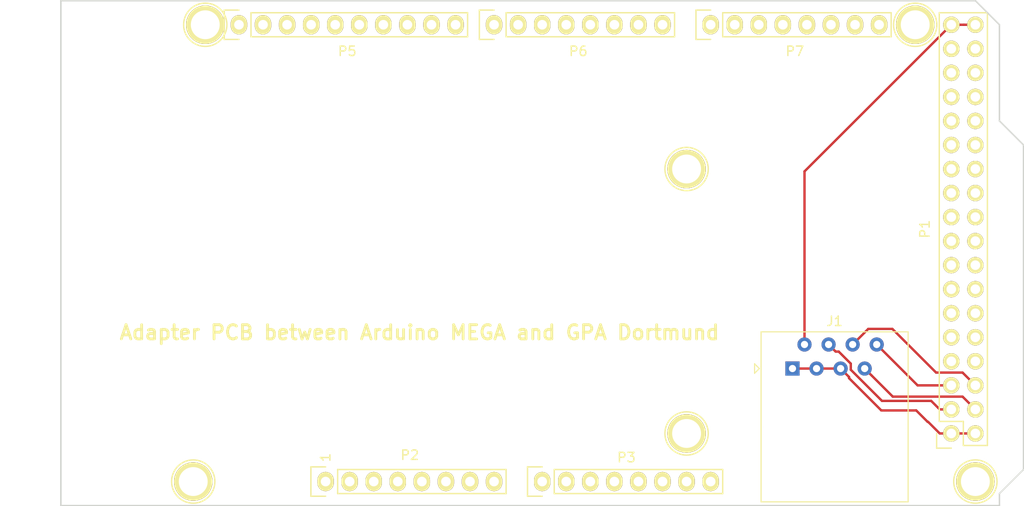
<source format=kicad_pcb>
(kicad_pcb (version 20171130) (host pcbnew "(5.1.5)-2")

  (general
    (thickness 1.6)
    (drawings 28)
    (tracks 33)
    (zones 0)
    (modules 13)
    (nets 79)
  )

  (page A4)
  (title_block
    (date "mar. 31 mars 2015")
  )

  (layers
    (0 F.Cu signal)
    (31 B.Cu signal)
    (32 B.Adhes user)
    (33 F.Adhes user)
    (34 B.Paste user)
    (35 F.Paste user)
    (36 B.SilkS user)
    (37 F.SilkS user)
    (38 B.Mask user)
    (39 F.Mask user)
    (40 Dwgs.User user)
    (41 Cmts.User user)
    (42 Eco1.User user)
    (43 Eco2.User user)
    (44 Edge.Cuts user)
    (45 Margin user)
    (46 B.CrtYd user)
    (47 F.CrtYd user)
    (48 B.Fab user)
    (49 F.Fab user)
  )

  (setup
    (last_trace_width 0.25)
    (trace_clearance 0.2)
    (zone_clearance 0.508)
    (zone_45_only no)
    (trace_min 0.2)
    (via_size 0.6)
    (via_drill 0.4)
    (via_min_size 0.4)
    (via_min_drill 0.3)
    (uvia_size 0.3)
    (uvia_drill 0.1)
    (uvias_allowed no)
    (uvia_min_size 0.2)
    (uvia_min_drill 0.1)
    (edge_width 0.15)
    (segment_width 0.15)
    (pcb_text_width 0.3)
    (pcb_text_size 1.5 1.5)
    (mod_edge_width 0.15)
    (mod_text_size 1 1)
    (mod_text_width 0.15)
    (pad_size 4.064 4.064)
    (pad_drill 3.048)
    (pad_to_mask_clearance 0)
    (aux_axis_origin 103.378 121.666)
    (visible_elements 7FFFFFFF)
    (pcbplotparams
      (layerselection 0x00030_80000001)
      (usegerberextensions false)
      (usegerberattributes false)
      (usegerberadvancedattributes false)
      (creategerberjobfile false)
      (excludeedgelayer true)
      (linewidth 0.100000)
      (plotframeref false)
      (viasonmask false)
      (mode 1)
      (useauxorigin false)
      (hpglpennumber 1)
      (hpglpenspeed 20)
      (hpglpendiameter 15.000000)
      (psnegative false)
      (psa4output false)
      (plotreference true)
      (plotvalue true)
      (plotinvisibletext false)
      (padsonsilk false)
      (subtractmaskfromsilk false)
      (outputformat 1)
      (mirror false)
      (drillshape 1)
      (scaleselection 1)
      (outputdirectory ""))
  )

  (net 0 "")
  (net 1 GND)
  (net 2 "/52(SCK)")
  (net 3 "/53(SS)")
  (net 4 "/50(MISO)")
  (net 5 "/51(MOSI)")
  (net 6 /48)
  (net 7 /49)
  (net 8 /46)
  (net 9 /47)
  (net 10 /44)
  (net 11 /45)
  (net 12 /42)
  (net 13 /43)
  (net 14 /40)
  (net 15 /41)
  (net 16 /38)
  (net 17 /39)
  (net 18 /36)
  (net 19 /37)
  (net 20 /34)
  (net 21 /35)
  (net 22 /32)
  (net 23 /33)
  (net 24 /30)
  (net 25 /31)
  (net 26 /28)
  (net 27 /29)
  (net 28 /26)
  (net 29 /27)
  (net 30 /24)
  (net 31 /25)
  (net 32 /22)
  (net 33 /23)
  (net 34 +5V)
  (net 35 /IOREF)
  (net 36 /Reset)
  (net 37 /Vin)
  (net 38 /A0)
  (net 39 /A1)
  (net 40 /A2)
  (net 41 /A3)
  (net 42 /A4)
  (net 43 /A5)
  (net 44 /A6)
  (net 45 /A7)
  (net 46 /SCL)
  (net 47 /SDA)
  (net 48 /AREF)
  (net 49 "/13(**)")
  (net 50 "/12(**)")
  (net 51 "/11(**)")
  (net 52 "/10(**)")
  (net 53 "/9(**)")
  (net 54 "/8(**)")
  (net 55 "/7(**)")
  (net 56 "/6(**)")
  (net 57 "/5(**)")
  (net 58 "/4(**)")
  (net 59 "/3(**)")
  (net 60 "/2(**)")
  (net 61 "/20(SDA)")
  (net 62 "/21(SCL)")
  (net 63 "Net-(P8-Pad1)")
  (net 64 "Net-(P9-Pad1)")
  (net 65 "Net-(P10-Pad1)")
  (net 66 "Net-(P11-Pad1)")
  (net 67 "Net-(P12-Pad1)")
  (net 68 "Net-(P13-Pad1)")
  (net 69 "Net-(P2-Pad1)")
  (net 70 +3V3)
  (net 71 "/1(Tx0)")
  (net 72 "/0(Rx0)")
  (net 73 "/14(Tx3)")
  (net 74 "/15(Rx3)")
  (net 75 "/16(Tx2)")
  (net 76 "/17(Rx2)")
  (net 77 "/18(Tx1)")
  (net 78 "/19(Rx1)")

  (net_class Default "This is the default net class."
    (clearance 0.2)
    (trace_width 0.25)
    (via_dia 0.6)
    (via_drill 0.4)
    (uvia_dia 0.3)
    (uvia_drill 0.1)
    (add_net +3V3)
    (add_net +5V)
    (add_net "/0(Rx0)")
    (add_net "/1(Tx0)")
    (add_net "/10(**)")
    (add_net "/11(**)")
    (add_net "/12(**)")
    (add_net "/13(**)")
    (add_net "/14(Tx3)")
    (add_net "/15(Rx3)")
    (add_net "/16(Tx2)")
    (add_net "/17(Rx2)")
    (add_net "/18(Tx1)")
    (add_net "/19(Rx1)")
    (add_net "/2(**)")
    (add_net "/20(SDA)")
    (add_net "/21(SCL)")
    (add_net /22)
    (add_net /23)
    (add_net /24)
    (add_net /25)
    (add_net /26)
    (add_net /27)
    (add_net /28)
    (add_net /29)
    (add_net "/3(**)")
    (add_net /30)
    (add_net /31)
    (add_net /32)
    (add_net /33)
    (add_net /34)
    (add_net /35)
    (add_net /36)
    (add_net /37)
    (add_net /38)
    (add_net /39)
    (add_net "/4(**)")
    (add_net /40)
    (add_net /41)
    (add_net /42)
    (add_net /43)
    (add_net /44)
    (add_net /45)
    (add_net /46)
    (add_net /47)
    (add_net /48)
    (add_net /49)
    (add_net "/5(**)")
    (add_net "/50(MISO)")
    (add_net "/51(MOSI)")
    (add_net "/52(SCK)")
    (add_net "/53(SS)")
    (add_net "/6(**)")
    (add_net "/7(**)")
    (add_net "/8(**)")
    (add_net "/9(**)")
    (add_net /A0)
    (add_net /A1)
    (add_net /A2)
    (add_net /A3)
    (add_net /A4)
    (add_net /A5)
    (add_net /A6)
    (add_net /A7)
    (add_net /AREF)
    (add_net /IOREF)
    (add_net /Reset)
    (add_net /SCL)
    (add_net /SDA)
    (add_net /Vin)
    (add_net GND)
    (add_net "Net-(P10-Pad1)")
    (add_net "Net-(P11-Pad1)")
    (add_net "Net-(P12-Pad1)")
    (add_net "Net-(P13-Pad1)")
    (add_net "Net-(P2-Pad1)")
    (add_net "Net-(P8-Pad1)")
    (add_net "Net-(P9-Pad1)")
  )

  (module Socket_Arduino_Mega:Socket_Strip_Arduino_2x18 locked (layer F.Cu) (tedit 55216789) (tstamp 551AFCE5)
    (at 197.358 114.046 90)
    (descr "Through hole socket strip")
    (tags "socket strip")
    (path /56D743B5)
    (fp_text reference P1 (at 21.59 -2.794 90) (layer F.SilkS)
      (effects (font (size 1 1) (thickness 0.15)))
    )
    (fp_text value Digital (at 21.59 -4.572 90) (layer F.Fab)
      (effects (font (size 1 1) (thickness 0.15)))
    )
    (fp_line (start -1.75 -1.75) (end -1.75 4.3) (layer F.CrtYd) (width 0.05))
    (fp_line (start 44.95 -1.75) (end 44.95 4.3) (layer F.CrtYd) (width 0.05))
    (fp_line (start -1.75 -1.75) (end 44.95 -1.75) (layer F.CrtYd) (width 0.05))
    (fp_line (start -1.75 4.3) (end 44.95 4.3) (layer F.CrtYd) (width 0.05))
    (fp_line (start -1.27 3.81) (end 44.45 3.81) (layer F.SilkS) (width 0.15))
    (fp_line (start 44.45 -1.27) (end 1.27 -1.27) (layer F.SilkS) (width 0.15))
    (fp_line (start 44.45 3.81) (end 44.45 -1.27) (layer F.SilkS) (width 0.15))
    (fp_line (start -1.27 3.81) (end -1.27 1.27) (layer F.SilkS) (width 0.15))
    (fp_line (start 0 -1.55) (end -1.55 -1.55) (layer F.SilkS) (width 0.15))
    (fp_line (start -1.27 1.27) (end 1.27 1.27) (layer F.SilkS) (width 0.15))
    (fp_line (start 1.27 1.27) (end 1.27 -1.27) (layer F.SilkS) (width 0.15))
    (fp_line (start -1.55 -1.55) (end -1.55 0) (layer F.SilkS) (width 0.15))
    (pad 1 thru_hole circle (at 0 0 90) (size 1.7272 1.7272) (drill 1.016) (layers *.Cu *.Mask F.SilkS)
      (net 1 GND))
    (pad 2 thru_hole oval (at 0 2.54 90) (size 1.7272 1.7272) (drill 1.016) (layers *.Cu *.Mask F.SilkS)
      (net 1 GND))
    (pad 3 thru_hole oval (at 2.54 0 90) (size 1.7272 1.7272) (drill 1.016) (layers *.Cu *.Mask F.SilkS)
      (net 2 "/52(SCK)"))
    (pad 4 thru_hole oval (at 2.54 2.54 90) (size 1.7272 1.7272) (drill 1.016) (layers *.Cu *.Mask F.SilkS)
      (net 3 "/53(SS)"))
    (pad 5 thru_hole oval (at 5.08 0 90) (size 1.7272 1.7272) (drill 1.016) (layers *.Cu *.Mask F.SilkS)
      (net 4 "/50(MISO)"))
    (pad 6 thru_hole oval (at 5.08 2.54 90) (size 1.7272 1.7272) (drill 1.016) (layers *.Cu *.Mask F.SilkS)
      (net 5 "/51(MOSI)"))
    (pad 7 thru_hole oval (at 7.62 0 90) (size 1.7272 1.7272) (drill 1.016) (layers *.Cu *.Mask F.SilkS)
      (net 6 /48))
    (pad 8 thru_hole oval (at 7.62 2.54 90) (size 1.7272 1.7272) (drill 1.016) (layers *.Cu *.Mask F.SilkS)
      (net 7 /49))
    (pad 9 thru_hole oval (at 10.16 0 90) (size 1.7272 1.7272) (drill 1.016) (layers *.Cu *.Mask F.SilkS)
      (net 8 /46))
    (pad 10 thru_hole oval (at 10.16 2.54 90) (size 1.7272 1.7272) (drill 1.016) (layers *.Cu *.Mask F.SilkS)
      (net 9 /47))
    (pad 11 thru_hole oval (at 12.7 0 90) (size 1.7272 1.7272) (drill 1.016) (layers *.Cu *.Mask F.SilkS)
      (net 10 /44))
    (pad 12 thru_hole oval (at 12.7 2.54 90) (size 1.7272 1.7272) (drill 1.016) (layers *.Cu *.Mask F.SilkS)
      (net 11 /45))
    (pad 13 thru_hole oval (at 15.24 0 90) (size 1.7272 1.7272) (drill 1.016) (layers *.Cu *.Mask F.SilkS)
      (net 12 /42))
    (pad 14 thru_hole oval (at 15.24 2.54 90) (size 1.7272 1.7272) (drill 1.016) (layers *.Cu *.Mask F.SilkS)
      (net 13 /43))
    (pad 15 thru_hole oval (at 17.78 0 90) (size 1.7272 1.7272) (drill 1.016) (layers *.Cu *.Mask F.SilkS)
      (net 14 /40))
    (pad 16 thru_hole oval (at 17.78 2.54 90) (size 1.7272 1.7272) (drill 1.016) (layers *.Cu *.Mask F.SilkS)
      (net 15 /41))
    (pad 17 thru_hole oval (at 20.32 0 90) (size 1.7272 1.7272) (drill 1.016) (layers *.Cu *.Mask F.SilkS)
      (net 16 /38))
    (pad 18 thru_hole oval (at 20.32 2.54 90) (size 1.7272 1.7272) (drill 1.016) (layers *.Cu *.Mask F.SilkS)
      (net 17 /39))
    (pad 19 thru_hole oval (at 22.86 0 90) (size 1.7272 1.7272) (drill 1.016) (layers *.Cu *.Mask F.SilkS)
      (net 18 /36))
    (pad 20 thru_hole oval (at 22.86 2.54 90) (size 1.7272 1.7272) (drill 1.016) (layers *.Cu *.Mask F.SilkS)
      (net 19 /37))
    (pad 21 thru_hole oval (at 25.4 0 90) (size 1.7272 1.7272) (drill 1.016) (layers *.Cu *.Mask F.SilkS)
      (net 20 /34))
    (pad 22 thru_hole oval (at 25.4 2.54 90) (size 1.7272 1.7272) (drill 1.016) (layers *.Cu *.Mask F.SilkS)
      (net 21 /35))
    (pad 23 thru_hole oval (at 27.94 0 90) (size 1.7272 1.7272) (drill 1.016) (layers *.Cu *.Mask F.SilkS)
      (net 22 /32))
    (pad 24 thru_hole oval (at 27.94 2.54 90) (size 1.7272 1.7272) (drill 1.016) (layers *.Cu *.Mask F.SilkS)
      (net 23 /33))
    (pad 25 thru_hole oval (at 30.48 0 90) (size 1.7272 1.7272) (drill 1.016) (layers *.Cu *.Mask F.SilkS)
      (net 24 /30))
    (pad 26 thru_hole oval (at 30.48 2.54 90) (size 1.7272 1.7272) (drill 1.016) (layers *.Cu *.Mask F.SilkS)
      (net 25 /31))
    (pad 27 thru_hole oval (at 33.02 0 90) (size 1.7272 1.7272) (drill 1.016) (layers *.Cu *.Mask F.SilkS)
      (net 26 /28))
    (pad 28 thru_hole oval (at 33.02 2.54 90) (size 1.7272 1.7272) (drill 1.016) (layers *.Cu *.Mask F.SilkS)
      (net 27 /29))
    (pad 29 thru_hole oval (at 35.56 0 90) (size 1.7272 1.7272) (drill 1.016) (layers *.Cu *.Mask F.SilkS)
      (net 28 /26))
    (pad 30 thru_hole oval (at 35.56 2.54 90) (size 1.7272 1.7272) (drill 1.016) (layers *.Cu *.Mask F.SilkS)
      (net 29 /27))
    (pad 31 thru_hole oval (at 38.1 0 90) (size 1.7272 1.7272) (drill 1.016) (layers *.Cu *.Mask F.SilkS)
      (net 30 /24))
    (pad 32 thru_hole oval (at 38.1 2.54 90) (size 1.7272 1.7272) (drill 1.016) (layers *.Cu *.Mask F.SilkS)
      (net 31 /25))
    (pad 33 thru_hole oval (at 40.64 0 90) (size 1.7272 1.7272) (drill 1.016) (layers *.Cu *.Mask F.SilkS)
      (net 32 /22))
    (pad 34 thru_hole oval (at 40.64 2.54 90) (size 1.7272 1.7272) (drill 1.016) (layers *.Cu *.Mask F.SilkS)
      (net 33 /23))
    (pad 35 thru_hole oval (at 43.18 0 90) (size 1.7272 1.7272) (drill 1.016) (layers *.Cu *.Mask F.SilkS)
      (net 34 +5V))
    (pad 36 thru_hole oval (at 43.18 2.54 90) (size 1.7272 1.7272) (drill 1.016) (layers *.Cu *.Mask F.SilkS)
      (net 34 +5V))
    (model ${KIPRJMOD}/Socket_Arduino_Mega.3dshapes/Socket_header_Arduino_2x18.wrl
      (offset (xyz 21.58999967575073 -1.269999980926514 0))
      (scale (xyz 1 1 1))
      (rotate (xyz 0 0 180))
    )
  )

  (module Socket_Arduino_Mega:Socket_Strip_Arduino_1x08 locked (layer F.Cu) (tedit 55216755) (tstamp 551AFCFC)
    (at 131.318 119.126)
    (descr "Through hole socket strip")
    (tags "socket strip")
    (path /56D71773)
    (fp_text reference P2 (at 8.89 -2.794) (layer F.SilkS)
      (effects (font (size 1 1) (thickness 0.15)))
    )
    (fp_text value Power (at 8.89 -4.318) (layer F.Fab)
      (effects (font (size 1 1) (thickness 0.15)))
    )
    (fp_line (start -1.75 -1.75) (end -1.75 1.75) (layer F.CrtYd) (width 0.05))
    (fp_line (start 19.55 -1.75) (end 19.55 1.75) (layer F.CrtYd) (width 0.05))
    (fp_line (start -1.75 -1.75) (end 19.55 -1.75) (layer F.CrtYd) (width 0.05))
    (fp_line (start -1.75 1.75) (end 19.55 1.75) (layer F.CrtYd) (width 0.05))
    (fp_line (start 1.27 1.27) (end 19.05 1.27) (layer F.SilkS) (width 0.15))
    (fp_line (start 19.05 1.27) (end 19.05 -1.27) (layer F.SilkS) (width 0.15))
    (fp_line (start 19.05 -1.27) (end 1.27 -1.27) (layer F.SilkS) (width 0.15))
    (fp_line (start -1.55 1.55) (end 0 1.55) (layer F.SilkS) (width 0.15))
    (fp_line (start 1.27 1.27) (end 1.27 -1.27) (layer F.SilkS) (width 0.15))
    (fp_line (start 0 -1.55) (end -1.55 -1.55) (layer F.SilkS) (width 0.15))
    (fp_line (start -1.55 -1.55) (end -1.55 1.55) (layer F.SilkS) (width 0.15))
    (pad 1 thru_hole oval (at 0 0) (size 1.7272 2.032) (drill 1.016) (layers *.Cu *.Mask F.SilkS)
      (net 69 "Net-(P2-Pad1)"))
    (pad 2 thru_hole oval (at 2.54 0) (size 1.7272 2.032) (drill 1.016) (layers *.Cu *.Mask F.SilkS)
      (net 35 /IOREF))
    (pad 3 thru_hole oval (at 5.08 0) (size 1.7272 2.032) (drill 1.016) (layers *.Cu *.Mask F.SilkS)
      (net 36 /Reset))
    (pad 4 thru_hole oval (at 7.62 0) (size 1.7272 2.032) (drill 1.016) (layers *.Cu *.Mask F.SilkS)
      (net 70 +3V3))
    (pad 5 thru_hole oval (at 10.16 0) (size 1.7272 2.032) (drill 1.016) (layers *.Cu *.Mask F.SilkS)
      (net 34 +5V))
    (pad 6 thru_hole oval (at 12.7 0) (size 1.7272 2.032) (drill 1.016) (layers *.Cu *.Mask F.SilkS)
      (net 1 GND))
    (pad 7 thru_hole oval (at 15.24 0) (size 1.7272 2.032) (drill 1.016) (layers *.Cu *.Mask F.SilkS)
      (net 1 GND))
    (pad 8 thru_hole oval (at 17.78 0) (size 1.7272 2.032) (drill 1.016) (layers *.Cu *.Mask F.SilkS)
      (net 37 /Vin))
    (model ${KIPRJMOD}/Socket_Arduino_Mega.3dshapes/Socket_header_Arduino_1x08.wrl
      (offset (xyz 8.889999866485596 0 0))
      (scale (xyz 1 1 1))
      (rotate (xyz 0 0 180))
    )
  )

  (module Socket_Arduino_Mega:Socket_Strip_Arduino_1x08 locked (layer F.Cu) (tedit 5521677D) (tstamp 551AFD13)
    (at 154.178 119.126)
    (descr "Through hole socket strip")
    (tags "socket strip")
    (path /56D72F1C)
    (fp_text reference P3 (at 8.89 -2.54) (layer F.SilkS)
      (effects (font (size 1 1) (thickness 0.15)))
    )
    (fp_text value Analog (at 8.89 -4.318) (layer F.Fab)
      (effects (font (size 1 1) (thickness 0.15)))
    )
    (fp_line (start -1.75 -1.75) (end -1.75 1.75) (layer F.CrtYd) (width 0.05))
    (fp_line (start 19.55 -1.75) (end 19.55 1.75) (layer F.CrtYd) (width 0.05))
    (fp_line (start -1.75 -1.75) (end 19.55 -1.75) (layer F.CrtYd) (width 0.05))
    (fp_line (start -1.75 1.75) (end 19.55 1.75) (layer F.CrtYd) (width 0.05))
    (fp_line (start 1.27 1.27) (end 19.05 1.27) (layer F.SilkS) (width 0.15))
    (fp_line (start 19.05 1.27) (end 19.05 -1.27) (layer F.SilkS) (width 0.15))
    (fp_line (start 19.05 -1.27) (end 1.27 -1.27) (layer F.SilkS) (width 0.15))
    (fp_line (start -1.55 1.55) (end 0 1.55) (layer F.SilkS) (width 0.15))
    (fp_line (start 1.27 1.27) (end 1.27 -1.27) (layer F.SilkS) (width 0.15))
    (fp_line (start 0 -1.55) (end -1.55 -1.55) (layer F.SilkS) (width 0.15))
    (fp_line (start -1.55 -1.55) (end -1.55 1.55) (layer F.SilkS) (width 0.15))
    (pad 1 thru_hole oval (at 0 0) (size 1.7272 2.032) (drill 1.016) (layers *.Cu *.Mask F.SilkS)
      (net 38 /A0))
    (pad 2 thru_hole oval (at 2.54 0) (size 1.7272 2.032) (drill 1.016) (layers *.Cu *.Mask F.SilkS)
      (net 39 /A1))
    (pad 3 thru_hole oval (at 5.08 0) (size 1.7272 2.032) (drill 1.016) (layers *.Cu *.Mask F.SilkS)
      (net 40 /A2))
    (pad 4 thru_hole oval (at 7.62 0) (size 1.7272 2.032) (drill 1.016) (layers *.Cu *.Mask F.SilkS)
      (net 41 /A3))
    (pad 5 thru_hole oval (at 10.16 0) (size 1.7272 2.032) (drill 1.016) (layers *.Cu *.Mask F.SilkS)
      (net 42 /A4))
    (pad 6 thru_hole oval (at 12.7 0) (size 1.7272 2.032) (drill 1.016) (layers *.Cu *.Mask F.SilkS)
      (net 43 /A5))
    (pad 7 thru_hole oval (at 15.24 0) (size 1.7272 2.032) (drill 1.016) (layers *.Cu *.Mask F.SilkS)
      (net 44 /A6))
    (pad 8 thru_hole oval (at 17.78 0) (size 1.7272 2.032) (drill 1.016) (layers *.Cu *.Mask F.SilkS)
      (net 45 /A7))
    (model ${KIPRJMOD}/Socket_Arduino_Mega.3dshapes/Socket_header_Arduino_1x08.wrl
      (offset (xyz 8.889999866485596 0 0))
      (scale (xyz 1 1 1))
      (rotate (xyz 0 0 180))
    )
  )

  (module Socket_Arduino_Mega:Socket_Strip_Arduino_1x10 locked (layer F.Cu) (tedit 551AFC9C) (tstamp 551AFD43)
    (at 122.174 70.866)
    (descr "Through hole socket strip")
    (tags "socket strip")
    (path /56D72368)
    (fp_text reference P5 (at 11.43 2.794) (layer F.SilkS)
      (effects (font (size 1 1) (thickness 0.15)))
    )
    (fp_text value PWM (at 11.43 4.318) (layer F.Fab)
      (effects (font (size 1 1) (thickness 0.15)))
    )
    (fp_line (start -1.75 -1.75) (end -1.75 1.75) (layer F.CrtYd) (width 0.05))
    (fp_line (start 24.65 -1.75) (end 24.65 1.75) (layer F.CrtYd) (width 0.05))
    (fp_line (start -1.75 -1.75) (end 24.65 -1.75) (layer F.CrtYd) (width 0.05))
    (fp_line (start -1.75 1.75) (end 24.65 1.75) (layer F.CrtYd) (width 0.05))
    (fp_line (start 1.27 1.27) (end 24.13 1.27) (layer F.SilkS) (width 0.15))
    (fp_line (start 24.13 1.27) (end 24.13 -1.27) (layer F.SilkS) (width 0.15))
    (fp_line (start 24.13 -1.27) (end 1.27 -1.27) (layer F.SilkS) (width 0.15))
    (fp_line (start -1.55 1.55) (end 0 1.55) (layer F.SilkS) (width 0.15))
    (fp_line (start 1.27 1.27) (end 1.27 -1.27) (layer F.SilkS) (width 0.15))
    (fp_line (start 0 -1.55) (end -1.55 -1.55) (layer F.SilkS) (width 0.15))
    (fp_line (start -1.55 -1.55) (end -1.55 1.55) (layer F.SilkS) (width 0.15))
    (pad 1 thru_hole oval (at 0 0) (size 1.7272 2.032) (drill 1.016) (layers *.Cu *.Mask F.SilkS)
      (net 46 /SCL))
    (pad 2 thru_hole oval (at 2.54 0) (size 1.7272 2.032) (drill 1.016) (layers *.Cu *.Mask F.SilkS)
      (net 47 /SDA))
    (pad 3 thru_hole oval (at 5.08 0) (size 1.7272 2.032) (drill 1.016) (layers *.Cu *.Mask F.SilkS)
      (net 48 /AREF))
    (pad 4 thru_hole oval (at 7.62 0) (size 1.7272 2.032) (drill 1.016) (layers *.Cu *.Mask F.SilkS)
      (net 1 GND))
    (pad 5 thru_hole oval (at 10.16 0) (size 1.7272 2.032) (drill 1.016) (layers *.Cu *.Mask F.SilkS)
      (net 49 "/13(**)"))
    (pad 6 thru_hole oval (at 12.7 0) (size 1.7272 2.032) (drill 1.016) (layers *.Cu *.Mask F.SilkS)
      (net 50 "/12(**)"))
    (pad 7 thru_hole oval (at 15.24 0) (size 1.7272 2.032) (drill 1.016) (layers *.Cu *.Mask F.SilkS)
      (net 51 "/11(**)"))
    (pad 8 thru_hole oval (at 17.78 0) (size 1.7272 2.032) (drill 1.016) (layers *.Cu *.Mask F.SilkS)
      (net 52 "/10(**)"))
    (pad 9 thru_hole oval (at 20.32 0) (size 1.7272 2.032) (drill 1.016) (layers *.Cu *.Mask F.SilkS)
      (net 53 "/9(**)"))
    (pad 10 thru_hole oval (at 22.86 0) (size 1.7272 2.032) (drill 1.016) (layers *.Cu *.Mask F.SilkS)
      (net 54 "/8(**)"))
    (model ${KIPRJMOD}/Socket_Arduino_Mega.3dshapes/Socket_header_Arduino_1x10.wrl
      (offset (xyz 11.42999982833862 0 0))
      (scale (xyz 1 1 1))
      (rotate (xyz 0 0 180))
    )
  )

  (module Socket_Arduino_Mega:Socket_Strip_Arduino_1x08 locked (layer F.Cu) (tedit 551AFC7F) (tstamp 551AFD5A)
    (at 149.098 70.866)
    (descr "Through hole socket strip")
    (tags "socket strip")
    (path /56D734D0)
    (fp_text reference P6 (at 8.89 2.794) (layer F.SilkS)
      (effects (font (size 1 1) (thickness 0.15)))
    )
    (fp_text value PWM (at 8.89 4.318) (layer F.Fab)
      (effects (font (size 1 1) (thickness 0.15)))
    )
    (fp_line (start -1.75 -1.75) (end -1.75 1.75) (layer F.CrtYd) (width 0.05))
    (fp_line (start 19.55 -1.75) (end 19.55 1.75) (layer F.CrtYd) (width 0.05))
    (fp_line (start -1.75 -1.75) (end 19.55 -1.75) (layer F.CrtYd) (width 0.05))
    (fp_line (start -1.75 1.75) (end 19.55 1.75) (layer F.CrtYd) (width 0.05))
    (fp_line (start 1.27 1.27) (end 19.05 1.27) (layer F.SilkS) (width 0.15))
    (fp_line (start 19.05 1.27) (end 19.05 -1.27) (layer F.SilkS) (width 0.15))
    (fp_line (start 19.05 -1.27) (end 1.27 -1.27) (layer F.SilkS) (width 0.15))
    (fp_line (start -1.55 1.55) (end 0 1.55) (layer F.SilkS) (width 0.15))
    (fp_line (start 1.27 1.27) (end 1.27 -1.27) (layer F.SilkS) (width 0.15))
    (fp_line (start 0 -1.55) (end -1.55 -1.55) (layer F.SilkS) (width 0.15))
    (fp_line (start -1.55 -1.55) (end -1.55 1.55) (layer F.SilkS) (width 0.15))
    (pad 1 thru_hole oval (at 0 0) (size 1.7272 2.032) (drill 1.016) (layers *.Cu *.Mask F.SilkS)
      (net 55 "/7(**)"))
    (pad 2 thru_hole oval (at 2.54 0) (size 1.7272 2.032) (drill 1.016) (layers *.Cu *.Mask F.SilkS)
      (net 56 "/6(**)"))
    (pad 3 thru_hole oval (at 5.08 0) (size 1.7272 2.032) (drill 1.016) (layers *.Cu *.Mask F.SilkS)
      (net 57 "/5(**)"))
    (pad 4 thru_hole oval (at 7.62 0) (size 1.7272 2.032) (drill 1.016) (layers *.Cu *.Mask F.SilkS)
      (net 58 "/4(**)"))
    (pad 5 thru_hole oval (at 10.16 0) (size 1.7272 2.032) (drill 1.016) (layers *.Cu *.Mask F.SilkS)
      (net 59 "/3(**)"))
    (pad 6 thru_hole oval (at 12.7 0) (size 1.7272 2.032) (drill 1.016) (layers *.Cu *.Mask F.SilkS)
      (net 60 "/2(**)"))
    (pad 7 thru_hole oval (at 15.24 0) (size 1.7272 2.032) (drill 1.016) (layers *.Cu *.Mask F.SilkS)
      (net 71 "/1(Tx0)"))
    (pad 8 thru_hole oval (at 17.78 0) (size 1.7272 2.032) (drill 1.016) (layers *.Cu *.Mask F.SilkS)
      (net 72 "/0(Rx0)"))
    (model ${KIPRJMOD}/Socket_Arduino_Mega.3dshapes/Socket_header_Arduino_1x08.wrl
      (offset (xyz 8.889999866485596 0 0))
      (scale (xyz 1 1 1))
      (rotate (xyz 0 0 180))
    )
  )

  (module Socket_Arduino_Mega:Socket_Strip_Arduino_1x08 locked (layer F.Cu) (tedit 551AFC73) (tstamp 551AFD71)
    (at 171.958 70.866)
    (descr "Through hole socket strip")
    (tags "socket strip")
    (path /56D73F2C)
    (fp_text reference P7 (at 8.89 2.794) (layer F.SilkS)
      (effects (font (size 1 1) (thickness 0.15)))
    )
    (fp_text value Communication (at 8.89 4.064) (layer F.Fab)
      (effects (font (size 1 1) (thickness 0.15)))
    )
    (fp_line (start -1.75 -1.75) (end -1.75 1.75) (layer F.CrtYd) (width 0.05))
    (fp_line (start 19.55 -1.75) (end 19.55 1.75) (layer F.CrtYd) (width 0.05))
    (fp_line (start -1.75 -1.75) (end 19.55 -1.75) (layer F.CrtYd) (width 0.05))
    (fp_line (start -1.75 1.75) (end 19.55 1.75) (layer F.CrtYd) (width 0.05))
    (fp_line (start 1.27 1.27) (end 19.05 1.27) (layer F.SilkS) (width 0.15))
    (fp_line (start 19.05 1.27) (end 19.05 -1.27) (layer F.SilkS) (width 0.15))
    (fp_line (start 19.05 -1.27) (end 1.27 -1.27) (layer F.SilkS) (width 0.15))
    (fp_line (start -1.55 1.55) (end 0 1.55) (layer F.SilkS) (width 0.15))
    (fp_line (start 1.27 1.27) (end 1.27 -1.27) (layer F.SilkS) (width 0.15))
    (fp_line (start 0 -1.55) (end -1.55 -1.55) (layer F.SilkS) (width 0.15))
    (fp_line (start -1.55 -1.55) (end -1.55 1.55) (layer F.SilkS) (width 0.15))
    (pad 1 thru_hole oval (at 0 0) (size 1.7272 2.032) (drill 1.016) (layers *.Cu *.Mask F.SilkS)
      (net 73 "/14(Tx3)"))
    (pad 2 thru_hole oval (at 2.54 0) (size 1.7272 2.032) (drill 1.016) (layers *.Cu *.Mask F.SilkS)
      (net 74 "/15(Rx3)"))
    (pad 3 thru_hole oval (at 5.08 0) (size 1.7272 2.032) (drill 1.016) (layers *.Cu *.Mask F.SilkS)
      (net 75 "/16(Tx2)"))
    (pad 4 thru_hole oval (at 7.62 0) (size 1.7272 2.032) (drill 1.016) (layers *.Cu *.Mask F.SilkS)
      (net 76 "/17(Rx2)"))
    (pad 5 thru_hole oval (at 10.16 0) (size 1.7272 2.032) (drill 1.016) (layers *.Cu *.Mask F.SilkS)
      (net 77 "/18(Tx1)"))
    (pad 6 thru_hole oval (at 12.7 0) (size 1.7272 2.032) (drill 1.016) (layers *.Cu *.Mask F.SilkS)
      (net 78 "/19(Rx1)"))
    (pad 7 thru_hole oval (at 15.24 0) (size 1.7272 2.032) (drill 1.016) (layers *.Cu *.Mask F.SilkS)
      (net 61 "/20(SDA)"))
    (pad 8 thru_hole oval (at 17.78 0) (size 1.7272 2.032) (drill 1.016) (layers *.Cu *.Mask F.SilkS)
      (net 62 "/21(SCL)"))
    (model ${KIPRJMOD}/Socket_Arduino_Mega.3dshapes/Socket_header_Arduino_1x08.wrl
      (offset (xyz 8.889999866485596 0 0))
      (scale (xyz 1 1 1))
      (rotate (xyz 0 0 180))
    )
  )

  (module Socket_Arduino_Mega:Arduino_1pin locked (layer F.Cu) (tedit 5524FDA7) (tstamp 5524FE07)
    (at 117.348 119.126)
    (descr "module 1 pin (ou trou mecanique de percage)")
    (tags DEV)
    (path /56D70B71)
    (fp_text reference P8 (at 0 -3.048) (layer F.SilkS) hide
      (effects (font (size 1 1) (thickness 0.15)))
    )
    (fp_text value CONN_01X01 (at 0 2.794) (layer F.Fab) hide
      (effects (font (size 1 1) (thickness 0.15)))
    )
    (fp_circle (center 0 0) (end 0 -2.286) (layer F.SilkS) (width 0.15))
    (pad 1 thru_hole circle (at 0 0) (size 4.064 4.064) (drill 3.048) (layers *.Cu *.Mask F.SilkS)
      (net 63 "Net-(P8-Pad1)"))
  )

  (module Socket_Arduino_Mega:Arduino_1pin locked (layer F.Cu) (tedit 5524FDB2) (tstamp 5524FE0C)
    (at 169.418 114.046)
    (descr "module 1 pin (ou trou mecanique de percage)")
    (tags DEV)
    (path /56D70C9B)
    (fp_text reference P9 (at 0 -3.048) (layer F.SilkS) hide
      (effects (font (size 1 1) (thickness 0.15)))
    )
    (fp_text value CONN_01X01 (at 0 2.794) (layer F.Fab) hide
      (effects (font (size 1 1) (thickness 0.15)))
    )
    (fp_circle (center 0 0) (end 0 -2.286) (layer F.SilkS) (width 0.15))
    (pad 1 thru_hole circle (at 0 0) (size 4.064 4.064) (drill 3.048) (layers *.Cu *.Mask F.SilkS)
      (net 64 "Net-(P9-Pad1)"))
  )

  (module Socket_Arduino_Mega:Arduino_1pin locked (layer F.Cu) (tedit 5524FDBB) (tstamp 5524FE11)
    (at 199.898 119.126)
    (descr "module 1 pin (ou trou mecanique de percage)")
    (tags DEV)
    (path /56D70CE6)
    (fp_text reference P10 (at 0 -3.048) (layer F.SilkS) hide
      (effects (font (size 1 1) (thickness 0.15)))
    )
    (fp_text value CONN_01X01 (at 0 2.794) (layer F.Fab) hide
      (effects (font (size 1 1) (thickness 0.15)))
    )
    (fp_circle (center 0 0) (end 0 -2.286) (layer F.SilkS) (width 0.15))
    (pad 1 thru_hole circle (at 0 0) (size 4.064 4.064) (drill 3.048) (layers *.Cu *.Mask F.SilkS)
      (net 65 "Net-(P10-Pad1)"))
  )

  (module Socket_Arduino_Mega:Arduino_1pin locked (layer F.Cu) (tedit 5524FDD2) (tstamp 5524FE16)
    (at 118.618 70.866)
    (descr "module 1 pin (ou trou mecanique de percage)")
    (tags DEV)
    (path /56D70D2C)
    (fp_text reference P11 (at 0 -3.048) (layer F.SilkS) hide
      (effects (font (size 1 1) (thickness 0.15)))
    )
    (fp_text value CONN_01X01 (at 0 2.794) (layer F.Fab) hide
      (effects (font (size 1 1) (thickness 0.15)))
    )
    (fp_circle (center 0 0) (end 0 -2.286) (layer F.SilkS) (width 0.15))
    (pad 1 thru_hole circle (at 0 0) (size 4.064 4.064) (drill 3.048) (layers *.Cu *.Mask F.SilkS)
      (net 66 "Net-(P11-Pad1)"))
  )

  (module Socket_Arduino_Mega:Arduino_1pin locked (layer F.Cu) (tedit 5524FDCA) (tstamp 5524FE1B)
    (at 169.418 86.106)
    (descr "module 1 pin (ou trou mecanique de percage)")
    (tags DEV)
    (path /56D711A2)
    (fp_text reference P12 (at 0 -3.048) (layer F.SilkS) hide
      (effects (font (size 1 1) (thickness 0.15)))
    )
    (fp_text value CONN_01X01 (at 0 2.794) (layer F.Fab) hide
      (effects (font (size 1 1) (thickness 0.15)))
    )
    (fp_circle (center 0 0) (end 0 -2.286) (layer F.SilkS) (width 0.15))
    (pad 1 thru_hole circle (at 0 0) (size 4.064 4.064) (drill 3.048) (layers *.Cu *.Mask F.SilkS)
      (net 67 "Net-(P12-Pad1)"))
  )

  (module Socket_Arduino_Mega:Arduino_1pin locked (layer F.Cu) (tedit 5524FDC4) (tstamp 5524FE20)
    (at 193.548 70.866)
    (descr "module 1 pin (ou trou mecanique de percage)")
    (tags DEV)
    (path /56D711F0)
    (fp_text reference P13 (at 0 -3.048) (layer F.SilkS) hide
      (effects (font (size 1 1) (thickness 0.15)))
    )
    (fp_text value CONN_01X01 (at 0 2.794) (layer F.Fab) hide
      (effects (font (size 1 1) (thickness 0.15)))
    )
    (fp_circle (center 0 0) (end 0 -2.286) (layer F.SilkS) (width 0.15))
    (pad 1 thru_hole circle (at 0 0) (size 4.064 4.064) (drill 3.048) (layers *.Cu *.Mask F.SilkS)
      (net 68 "Net-(P13-Pad1)"))
  )

  (module Connector_RJ:RJ45_Amphenol_54602-x08_Horizontal (layer F.Cu) (tedit 5B103613) (tstamp 5DE1AC9D)
    (at 180.594 107.188)
    (descr "8 Pol Shallow Latch Connector, Modjack, RJ45 (https://cdn.amphenol-icc.com/media/wysiwyg/files/drawing/c-bmj-0102.pdf)")
    (tags RJ45)
    (path /5DE17E52)
    (fp_text reference J1 (at 4.445 -5) (layer F.SilkS)
      (effects (font (size 1 1) (thickness 0.15)))
    )
    (fp_text value RJ45 (at 4.445 4) (layer F.Fab)
      (effects (font (size 1 1) (thickness 0.15)))
    )
    (fp_text user %R (at 4.445 2) (layer F.Fab)
      (effects (font (size 1 1) (thickness 0.15)))
    )
    (fp_line (start -4 0.5) (end -3.5 0) (layer F.SilkS) (width 0.12))
    (fp_line (start -4 -0.5) (end -4 0.5) (layer F.SilkS) (width 0.12))
    (fp_line (start -3.5 0) (end -4 -0.5) (layer F.SilkS) (width 0.12))
    (fp_line (start -3.205 13.97) (end -3.205 -2.77) (layer F.Fab) (width 0.12))
    (fp_line (start 12.095 13.97) (end -3.205 13.97) (layer F.Fab) (width 0.12))
    (fp_line (start 12.095 -3.77) (end 12.095 13.97) (layer F.Fab) (width 0.12))
    (fp_line (start -2.205 -3.77) (end 12.095 -3.77) (layer F.Fab) (width 0.12))
    (fp_line (start -3.205 -2.77) (end -2.205 -3.77) (layer F.Fab) (width 0.12))
    (fp_line (start -3.315 14.08) (end 12.205 14.08) (layer F.SilkS) (width 0.12))
    (fp_line (start 12.205 -3.88) (end 12.205 14.08) (layer F.SilkS) (width 0.12))
    (fp_line (start 12.205 -3.88) (end -3.315 -3.88) (layer F.SilkS) (width 0.12))
    (fp_line (start -3.315 -3.88) (end -3.315 14.08) (layer F.SilkS) (width 0.12))
    (fp_line (start -3.71 -4.27) (end 12.6 -4.27) (layer F.CrtYd) (width 0.05))
    (fp_line (start -3.71 -4.27) (end -3.71 14.47) (layer F.CrtYd) (width 0.05))
    (fp_line (start 12.6 14.47) (end 12.6 -4.27) (layer F.CrtYd) (width 0.05))
    (fp_line (start 12.6 14.47) (end -3.71 14.47) (layer F.CrtYd) (width 0.05))
    (pad "" np_thru_hole circle (at 10.16 6.35) (size 3.2 3.2) (drill 3.2) (layers *.Cu *.Mask))
    (pad "" np_thru_hole circle (at -1.27 6.35) (size 3.2 3.2) (drill 3.2) (layers *.Cu *.Mask))
    (pad 1 thru_hole rect (at 0 0) (size 1.5 1.5) (drill 0.76) (layers *.Cu *.Mask)
      (net 1 GND))
    (pad 2 thru_hole circle (at 1.27 -2.54) (size 1.5 1.5) (drill 0.76) (layers *.Cu *.Mask)
      (net 34 +5V))
    (pad 3 thru_hole circle (at 2.54 0) (size 1.5 1.5) (drill 0.76) (layers *.Cu *.Mask)
      (net 1 GND))
    (pad 4 thru_hole circle (at 3.81 -2.54) (size 1.5 1.5) (drill 0.76) (layers *.Cu *.Mask)
      (net 2 "/52(SCK)"))
    (pad 5 thru_hole circle (at 5.08 0) (size 1.5 1.5) (drill 0.76) (layers *.Cu *.Mask)
      (net 1 GND))
    (pad 6 thru_hole circle (at 6.35 -2.54) (size 1.5 1.5) (drill 0.76) (layers *.Cu *.Mask)
      (net 5 "/51(MOSI)"))
    (pad 7 thru_hole circle (at 7.62 0) (size 1.5 1.5) (drill 0.76) (layers *.Cu *.Mask)
      (net 3 "/53(SS)"))
    (pad 8 thru_hole circle (at 8.89 -2.54) (size 1.5 1.5) (drill 0.76) (layers *.Cu *.Mask)
      (net 4 "/50(MISO)"))
    (model ${KISYS3DMOD}/Connector_RJ.3dshapes/RJ45_Amphenol_54602-x08_Horizontal.wrl
      (at (xyz 0 0 0))
      (scale (xyz 1 1 1))
      (rotate (xyz 0 0 0))
    )
  )

  (gr_text "Adapter PCB between Arduino MEGA and GPA Dortmund" (at 141.224 103.378) (layer F.SilkS)
    (effects (font (size 1.5 1.5) (thickness 0.3)))
  )
  (gr_text 1 (at 131.318 116.586 90) (layer F.SilkS)
    (effects (font (size 1 1) (thickness 0.15)))
  )
  (gr_line (start 175.6156 96.774) (end 175.6156 90.7288) (angle 90) (layer Dwgs.User) (width 0.15))
  (gr_line (start 179.4764 96.774) (end 179.4764 90.7288) (angle 90) (layer Dwgs.User) (width 0.15))
  (gr_line (start 175.6156 96.774) (end 179.4764 96.774) (angle 90) (layer Dwgs.User) (width 0.15))
  (gr_circle (center 177.546 93.726) (end 178.816 93.726) (layer Dwgs.User) (width 0.15))
  (gr_line (start 175.6156 90.7288) (end 179.4764 90.7288) (angle 90) (layer Dwgs.User) (width 0.15))
  (gr_line (start 165.735 97.536) (end 165.735 89.916) (angle 90) (layer Dwgs.User) (width 0.15))
  (gr_line (start 170.815 97.536) (end 165.735 97.536) (angle 90) (layer Dwgs.User) (width 0.15))
  (gr_line (start 170.815 89.916) (end 170.815 97.536) (angle 90) (layer Dwgs.User) (width 0.15))
  (gr_line (start 165.735 89.916) (end 170.815 89.916) (angle 90) (layer Dwgs.User) (width 0.15))
  (gr_line (start 97.028 89.281) (end 97.028 77.851) (angle 90) (layer Dwgs.User) (width 0.15))
  (gr_line (start 112.903 89.281) (end 97.028 89.281) (angle 90) (layer Dwgs.User) (width 0.15))
  (gr_line (start 112.903 77.851) (end 112.903 89.281) (angle 90) (layer Dwgs.User) (width 0.15))
  (gr_line (start 97.028 77.851) (end 112.903 77.851) (angle 90) (layer Dwgs.User) (width 0.15))
  (gr_line (start 101.473 118.491) (end 101.473 109.601) (angle 90) (layer Dwgs.User) (width 0.15))
  (gr_line (start 114.808 118.491) (end 101.473 118.491) (angle 90) (layer Dwgs.User) (width 0.15))
  (gr_line (start 114.808 109.601) (end 114.808 118.491) (angle 90) (layer Dwgs.User) (width 0.15))
  (gr_line (start 101.473 109.601) (end 114.808 109.601) (angle 90) (layer Dwgs.User) (width 0.15))
  (gr_line (start 202.438 121.666) (end 103.378 121.666) (angle 90) (layer Edge.Cuts) (width 0.15))
  (gr_line (start 202.438 120.396) (end 202.438 121.666) (angle 90) (layer Edge.Cuts) (width 0.15))
  (gr_line (start 204.978 117.856) (end 202.438 120.396) (angle 90) (layer Edge.Cuts) (width 0.15))
  (gr_line (start 204.978 83.566) (end 204.978 117.856) (angle 90) (layer Edge.Cuts) (width 0.15))
  (gr_line (start 202.438 81.026) (end 204.978 83.566) (angle 90) (layer Edge.Cuts) (width 0.15))
  (gr_line (start 202.438 70.866) (end 202.438 81.026) (angle 90) (layer Edge.Cuts) (width 0.15))
  (gr_line (start 199.898 68.326) (end 202.438 70.866) (angle 90) (layer Edge.Cuts) (width 0.15))
  (gr_line (start 103.378 68.326) (end 199.898 68.326) (angle 90) (layer Edge.Cuts) (width 0.15))
  (gr_line (start 103.378 121.666) (end 103.378 68.326) (angle 90) (layer Edge.Cuts) (width 0.15))

  (segment (start 199.898 114.046) (end 197.358 114.046) (width 0.25) (layer F.Cu) (net 1))
  (segment (start 185.674 107.188) (end 180.594 107.188) (width 0.25) (layer F.Cu) (net 1))
  (segment (start 196.136686 114.046) (end 197.358 114.046) (width 0.25) (layer F.Cu) (net 1))
  (segment (start 185.674 107.188) (end 186.563 108.077) (width 0.25) (layer F.Cu) (net 1))
  (segment (start 186.563 108.077) (end 186.563 108.204) (width 0.25) (layer F.Cu) (net 1))
  (segment (start 186.563 108.204) (end 189.971999 111.612999) (width 0.25) (layer F.Cu) (net 1))
  (segment (start 189.971999 111.612999) (end 193.654999 111.612999) (width 0.25) (layer F.Cu) (net 1))
  (segment (start 194.905843 112.815157) (end 196.136686 114.046) (width 0.25) (layer F.Cu) (net 1))
  (segment (start 194.905843 112.815157) (end 194.857157 112.815157) (width 0.25) (layer F.Cu) (net 1))
  (segment (start 194.857157 112.815157) (end 193.654999 111.612999) (width 0.25) (layer F.Cu) (net 1))
  (segment (start 185.153999 105.397999) (end 184.404 104.648) (width 0.25) (layer F.Cu) (net 2))
  (segment (start 185.475001 105.397999) (end 185.153999 105.397999) (width 0.25) (layer F.Cu) (net 2))
  (segment (start 186.749001 107.314003) (end 186.749001 106.671999) (width 0.25) (layer F.Cu) (net 2))
  (segment (start 190.039609 110.604611) (end 186.749001 107.314003) (width 0.25) (layer F.Cu) (net 2))
  (segment (start 195.235297 110.604611) (end 190.039609 110.604611) (width 0.25) (layer F.Cu) (net 2))
  (segment (start 196.136686 111.506) (end 195.235297 110.604611) (width 0.25) (layer F.Cu) (net 2))
  (segment (start 186.749001 106.671999) (end 185.475001 105.397999) (width 0.25) (layer F.Cu) (net 2))
  (segment (start 197.358 111.506) (end 196.136686 111.506) (width 0.25) (layer F.Cu) (net 2))
  (segment (start 188.963999 107.937999) (end 188.214 107.188) (width 0.25) (layer F.Cu) (net 3))
  (segment (start 191.180601 110.154601) (end 188.963999 107.937999) (width 0.25) (layer F.Cu) (net 3) (tstamp 5DE1B01F))
  (segment (start 198.546601 110.154601) (end 191.180601 110.154601) (width 0.25) (layer F.Cu) (net 3) (tstamp 5DE1B01C))
  (segment (start 199.898 111.506) (end 198.546601 110.154601) (width 0.25) (layer F.Cu) (net 3))
  (segment (start 193.802 108.966) (end 189.484 104.648) (width 0.25) (layer F.Cu) (net 4))
  (segment (start 197.358 108.966) (end 193.802 108.966) (width 0.25) (layer F.Cu) (net 4))
  (segment (start 198.546601 107.614601) (end 195.752601 107.614601) (width 0.25) (layer F.Cu) (net 5))
  (segment (start 199.898 108.966) (end 198.546601 107.614601) (width 0.25) (layer F.Cu) (net 5))
  (segment (start 195.752601 107.614601) (end 191.135 102.997) (width 0.25) (layer F.Cu) (net 5))
  (segment (start 188.595 102.997) (end 186.944 104.648) (width 0.25) (layer F.Cu) (net 5))
  (segment (start 191.135 102.997) (end 188.595 102.997) (width 0.25) (layer F.Cu) (net 5))
  (segment (start 198.676686 70.866) (end 197.358 70.866) (width 0.25) (layer F.Cu) (net 34))
  (segment (start 199.898 70.866) (end 198.676686 70.866) (width 0.25) (layer F.Cu) (net 34))
  (segment (start 181.864 86.36) (end 181.864 104.648) (width 0.25) (layer F.Cu) (net 34))
  (segment (start 197.358 70.866) (end 181.864 86.36) (width 0.25) (layer F.Cu) (net 34))

)

</source>
